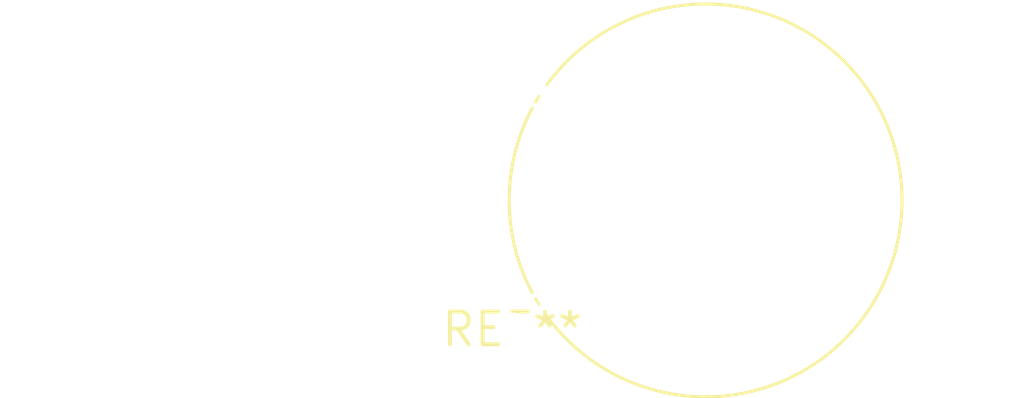
<source format=kicad_pcb>
(kicad_pcb (version 20240108) (generator pcbnew)
  (layers (0 "F.Cu" signal) (31 "B.Cu" signal) (34 "B.Paste" user) (35 "F.Paste" user) (36 "B.SilkS" user "B.Silkscreen") (37 "F.SilkS" user "F.Silkscreen") (38 "B.Mask" user) (39 "F.Mask" user) (44 "Edge.Cuts" user))
  (net 0 "")
  (footprint "Potentiometer_Piher_PT-15-V02_Vertical" (layer "F.Cu") (at 0 0)
    (property "Reference" "REF**")
    (property "Value" "Potentiometer_Piher_PT-15-V02_Vertical")
    (fp_arc (start 0.772013 -1.423856) (mid -0.119358 -5.001051) (end 0.773 -8.578) (layer "F.SilkS") (stroke (width 0.12)))
    (fp_arc (start 0.902012 -8.810055) (mid 0.969511 -8.924625) (end 1.039 -9.038) (layer "F.SilkS") (stroke (width 0.12)))
    (fp_arc (start 1.037952 -0.963019) (mid 0.968481 -1.076412) (end 0.901 -1.191) (layer "F.SilkS") (stroke (width 0.12)))
    (fp_arc (start 1.335291 -9.478924) (mid 14.28947 -8.459407) (end 7.5 2.62) (layer "F.SilkS") (stroke (width 0.12)))
    (fp_arc (start 7.632064 2.618548) (mid 4.099288 1.818715) (end 1.335 -0.522) (layer "F.SilkS") (stroke (width 0.12)))
    (pad "1" thru_hole circle (at 0 0) (size 2.34 2.34) (drill 1.3) (layers *.Cu *.Mask) (remove_unused_layers))
    (pad "2" thru_hole circle (at 12.5 -5) (size 2.34 2.34) (drill 1.3) (layers *.Cu *.Mask) (remove_unused_layers))
    (pad "3" thru_hole circle (at 0 -10) (size 2.34 2.34) (drill 1.3) (layers *.Cu *.Mask) (remove_unused_layers))
  )
)
</source>
